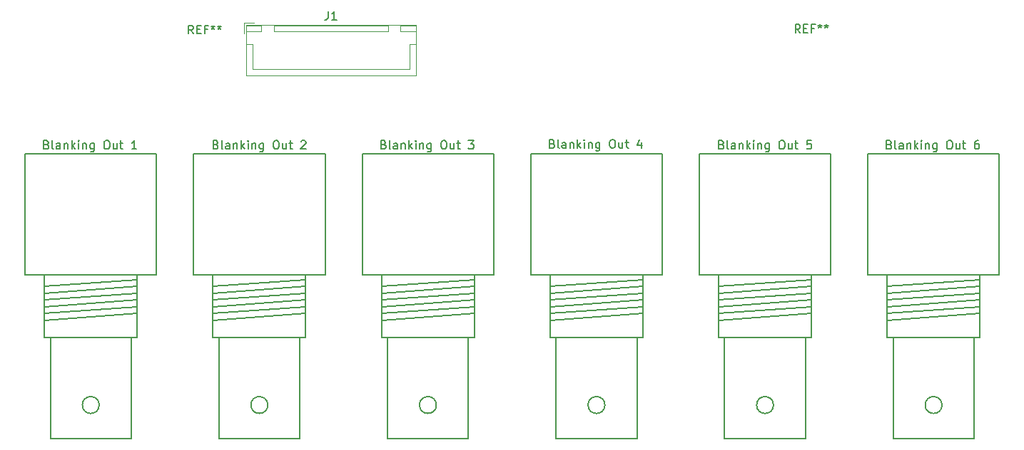
<source format=gbr>
%TF.GenerationSoftware,KiCad,Pcbnew,(6.0.4)*%
%TF.CreationDate,2023-12-08T17:35:57+01:00*%
%TF.ProjectId,BlankingRelay_Top1,426c616e-6b69-46e6-9752-656c61795f54,rev?*%
%TF.SameCoordinates,Original*%
%TF.FileFunction,Legend,Top*%
%TF.FilePolarity,Positive*%
%FSLAX46Y46*%
G04 Gerber Fmt 4.6, Leading zero omitted, Abs format (unit mm)*
G04 Created by KiCad (PCBNEW (6.0.4)) date 2023-12-08 17:35:57*
%MOMM*%
%LPD*%
G01*
G04 APERTURE LIST*
%ADD10C,0.150000*%
%ADD11C,0.120000*%
G04 APERTURE END LIST*
D10*
%TO.C,REF\u002A\u002A*%
X159166666Y-113452380D02*
X158833333Y-112976190D01*
X158595238Y-113452380D02*
X158595238Y-112452380D01*
X158976190Y-112452380D01*
X159071428Y-112500000D01*
X159119047Y-112547619D01*
X159166666Y-112642857D01*
X159166666Y-112785714D01*
X159119047Y-112880952D01*
X159071428Y-112928571D01*
X158976190Y-112976190D01*
X158595238Y-112976190D01*
X159595238Y-112928571D02*
X159928571Y-112928571D01*
X160071428Y-113452380D02*
X159595238Y-113452380D01*
X159595238Y-112452380D01*
X160071428Y-112452380D01*
X160833333Y-112928571D02*
X160500000Y-112928571D01*
X160500000Y-113452380D02*
X160500000Y-112452380D01*
X160976190Y-112452380D01*
X161500000Y-112452380D02*
X161500000Y-112690476D01*
X161261904Y-112595238D02*
X161500000Y-112690476D01*
X161738095Y-112595238D01*
X161357142Y-112880952D02*
X161500000Y-112690476D01*
X161642857Y-112880952D01*
X162261904Y-112452380D02*
X162261904Y-112690476D01*
X162023809Y-112595238D02*
X162261904Y-112690476D01*
X162500000Y-112595238D01*
X162119047Y-112880952D02*
X162261904Y-112690476D01*
X162404761Y-112880952D01*
X87166666Y-113552380D02*
X86833333Y-113076190D01*
X86595238Y-113552380D02*
X86595238Y-112552380D01*
X86976190Y-112552380D01*
X87071428Y-112600000D01*
X87119047Y-112647619D01*
X87166666Y-112742857D01*
X87166666Y-112885714D01*
X87119047Y-112980952D01*
X87071428Y-113028571D01*
X86976190Y-113076190D01*
X86595238Y-113076190D01*
X87595238Y-113028571D02*
X87928571Y-113028571D01*
X88071428Y-113552380D02*
X87595238Y-113552380D01*
X87595238Y-112552380D01*
X88071428Y-112552380D01*
X88833333Y-113028571D02*
X88500000Y-113028571D01*
X88500000Y-113552380D02*
X88500000Y-112552380D01*
X88976190Y-112552380D01*
X89500000Y-112552380D02*
X89500000Y-112790476D01*
X89261904Y-112695238D02*
X89500000Y-112790476D01*
X89738095Y-112695238D01*
X89357142Y-112980952D02*
X89500000Y-112790476D01*
X89642857Y-112980952D01*
X90261904Y-112552380D02*
X90261904Y-112790476D01*
X90023809Y-112695238D02*
X90261904Y-112790476D01*
X90500000Y-112695238D01*
X90119047Y-112980952D02*
X90261904Y-112790476D01*
X90404761Y-112980952D01*
%TO.C,J7*%
X169757142Y-126728571D02*
X169900000Y-126776190D01*
X169947619Y-126823809D01*
X169995238Y-126919047D01*
X169995238Y-127061904D01*
X169947619Y-127157142D01*
X169900000Y-127204761D01*
X169804761Y-127252380D01*
X169423809Y-127252380D01*
X169423809Y-126252380D01*
X169757142Y-126252380D01*
X169852380Y-126300000D01*
X169900000Y-126347619D01*
X169947619Y-126442857D01*
X169947619Y-126538095D01*
X169900000Y-126633333D01*
X169852380Y-126680952D01*
X169757142Y-126728571D01*
X169423809Y-126728571D01*
X170566666Y-127252380D02*
X170471428Y-127204761D01*
X170423809Y-127109523D01*
X170423809Y-126252380D01*
X171376190Y-127252380D02*
X171376190Y-126728571D01*
X171328571Y-126633333D01*
X171233333Y-126585714D01*
X171042857Y-126585714D01*
X170947619Y-126633333D01*
X171376190Y-127204761D02*
X171280952Y-127252380D01*
X171042857Y-127252380D01*
X170947619Y-127204761D01*
X170900000Y-127109523D01*
X170900000Y-127014285D01*
X170947619Y-126919047D01*
X171042857Y-126871428D01*
X171280952Y-126871428D01*
X171376190Y-126823809D01*
X171852380Y-126585714D02*
X171852380Y-127252380D01*
X171852380Y-126680952D02*
X171900000Y-126633333D01*
X171995238Y-126585714D01*
X172138095Y-126585714D01*
X172233333Y-126633333D01*
X172280952Y-126728571D01*
X172280952Y-127252380D01*
X172757142Y-127252380D02*
X172757142Y-126252380D01*
X172852380Y-126871428D02*
X173138095Y-127252380D01*
X173138095Y-126585714D02*
X172757142Y-126966666D01*
X173566666Y-127252380D02*
X173566666Y-126585714D01*
X173566666Y-126252380D02*
X173519047Y-126300000D01*
X173566666Y-126347619D01*
X173614285Y-126300000D01*
X173566666Y-126252380D01*
X173566666Y-126347619D01*
X174042857Y-126585714D02*
X174042857Y-127252380D01*
X174042857Y-126680952D02*
X174090476Y-126633333D01*
X174185714Y-126585714D01*
X174328571Y-126585714D01*
X174423809Y-126633333D01*
X174471428Y-126728571D01*
X174471428Y-127252380D01*
X175376190Y-126585714D02*
X175376190Y-127395238D01*
X175328571Y-127490476D01*
X175280952Y-127538095D01*
X175185714Y-127585714D01*
X175042857Y-127585714D01*
X174947619Y-127538095D01*
X175376190Y-127204761D02*
X175280952Y-127252380D01*
X175090476Y-127252380D01*
X174995238Y-127204761D01*
X174947619Y-127157142D01*
X174900000Y-127061904D01*
X174900000Y-126776190D01*
X174947619Y-126680952D01*
X174995238Y-126633333D01*
X175090476Y-126585714D01*
X175280952Y-126585714D01*
X175376190Y-126633333D01*
X176804761Y-126252380D02*
X176995238Y-126252380D01*
X177090476Y-126300000D01*
X177185714Y-126395238D01*
X177233333Y-126585714D01*
X177233333Y-126919047D01*
X177185714Y-127109523D01*
X177090476Y-127204761D01*
X176995238Y-127252380D01*
X176804761Y-127252380D01*
X176709523Y-127204761D01*
X176614285Y-127109523D01*
X176566666Y-126919047D01*
X176566666Y-126585714D01*
X176614285Y-126395238D01*
X176709523Y-126300000D01*
X176804761Y-126252380D01*
X178090476Y-126585714D02*
X178090476Y-127252380D01*
X177661904Y-126585714D02*
X177661904Y-127109523D01*
X177709523Y-127204761D01*
X177804761Y-127252380D01*
X177947619Y-127252380D01*
X178042857Y-127204761D01*
X178090476Y-127157142D01*
X178423809Y-126585714D02*
X178804761Y-126585714D01*
X178566666Y-126252380D02*
X178566666Y-127109523D01*
X178614285Y-127204761D01*
X178709523Y-127252380D01*
X178804761Y-127252380D01*
X180328571Y-126252380D02*
X180138095Y-126252380D01*
X180042857Y-126300000D01*
X179995238Y-126347619D01*
X179900000Y-126490476D01*
X179852380Y-126680952D01*
X179852380Y-127061904D01*
X179900000Y-127157142D01*
X179947619Y-127204761D01*
X180042857Y-127252380D01*
X180233333Y-127252380D01*
X180328571Y-127204761D01*
X180376190Y-127157142D01*
X180423809Y-127061904D01*
X180423809Y-126823809D01*
X180376190Y-126728571D01*
X180328571Y-126680952D01*
X180233333Y-126633333D01*
X180042857Y-126633333D01*
X179947619Y-126680952D01*
X179900000Y-126728571D01*
X179852380Y-126823809D01*
%TO.C,J6*%
X149857142Y-126728571D02*
X150000000Y-126776190D01*
X150047619Y-126823809D01*
X150095238Y-126919047D01*
X150095238Y-127061904D01*
X150047619Y-127157142D01*
X150000000Y-127204761D01*
X149904761Y-127252380D01*
X149523809Y-127252380D01*
X149523809Y-126252380D01*
X149857142Y-126252380D01*
X149952380Y-126300000D01*
X150000000Y-126347619D01*
X150047619Y-126442857D01*
X150047619Y-126538095D01*
X150000000Y-126633333D01*
X149952380Y-126680952D01*
X149857142Y-126728571D01*
X149523809Y-126728571D01*
X150666666Y-127252380D02*
X150571428Y-127204761D01*
X150523809Y-127109523D01*
X150523809Y-126252380D01*
X151476190Y-127252380D02*
X151476190Y-126728571D01*
X151428571Y-126633333D01*
X151333333Y-126585714D01*
X151142857Y-126585714D01*
X151047619Y-126633333D01*
X151476190Y-127204761D02*
X151380952Y-127252380D01*
X151142857Y-127252380D01*
X151047619Y-127204761D01*
X151000000Y-127109523D01*
X151000000Y-127014285D01*
X151047619Y-126919047D01*
X151142857Y-126871428D01*
X151380952Y-126871428D01*
X151476190Y-126823809D01*
X151952380Y-126585714D02*
X151952380Y-127252380D01*
X151952380Y-126680952D02*
X152000000Y-126633333D01*
X152095238Y-126585714D01*
X152238095Y-126585714D01*
X152333333Y-126633333D01*
X152380952Y-126728571D01*
X152380952Y-127252380D01*
X152857142Y-127252380D02*
X152857142Y-126252380D01*
X152952380Y-126871428D02*
X153238095Y-127252380D01*
X153238095Y-126585714D02*
X152857142Y-126966666D01*
X153666666Y-127252380D02*
X153666666Y-126585714D01*
X153666666Y-126252380D02*
X153619047Y-126300000D01*
X153666666Y-126347619D01*
X153714285Y-126300000D01*
X153666666Y-126252380D01*
X153666666Y-126347619D01*
X154142857Y-126585714D02*
X154142857Y-127252380D01*
X154142857Y-126680952D02*
X154190476Y-126633333D01*
X154285714Y-126585714D01*
X154428571Y-126585714D01*
X154523809Y-126633333D01*
X154571428Y-126728571D01*
X154571428Y-127252380D01*
X155476190Y-126585714D02*
X155476190Y-127395238D01*
X155428571Y-127490476D01*
X155380952Y-127538095D01*
X155285714Y-127585714D01*
X155142857Y-127585714D01*
X155047619Y-127538095D01*
X155476190Y-127204761D02*
X155380952Y-127252380D01*
X155190476Y-127252380D01*
X155095238Y-127204761D01*
X155047619Y-127157142D01*
X155000000Y-127061904D01*
X155000000Y-126776190D01*
X155047619Y-126680952D01*
X155095238Y-126633333D01*
X155190476Y-126585714D01*
X155380952Y-126585714D01*
X155476190Y-126633333D01*
X156904761Y-126252380D02*
X157095238Y-126252380D01*
X157190476Y-126300000D01*
X157285714Y-126395238D01*
X157333333Y-126585714D01*
X157333333Y-126919047D01*
X157285714Y-127109523D01*
X157190476Y-127204761D01*
X157095238Y-127252380D01*
X156904761Y-127252380D01*
X156809523Y-127204761D01*
X156714285Y-127109523D01*
X156666666Y-126919047D01*
X156666666Y-126585714D01*
X156714285Y-126395238D01*
X156809523Y-126300000D01*
X156904761Y-126252380D01*
X158190476Y-126585714D02*
X158190476Y-127252380D01*
X157761904Y-126585714D02*
X157761904Y-127109523D01*
X157809523Y-127204761D01*
X157904761Y-127252380D01*
X158047619Y-127252380D01*
X158142857Y-127204761D01*
X158190476Y-127157142D01*
X158523809Y-126585714D02*
X158904761Y-126585714D01*
X158666666Y-126252380D02*
X158666666Y-127109523D01*
X158714285Y-127204761D01*
X158809523Y-127252380D01*
X158904761Y-127252380D01*
X160476190Y-126252380D02*
X160000000Y-126252380D01*
X159952380Y-126728571D01*
X160000000Y-126680952D01*
X160095238Y-126633333D01*
X160333333Y-126633333D01*
X160428571Y-126680952D01*
X160476190Y-126728571D01*
X160523809Y-126823809D01*
X160523809Y-127061904D01*
X160476190Y-127157142D01*
X160428571Y-127204761D01*
X160333333Y-127252380D01*
X160095238Y-127252380D01*
X160000000Y-127204761D01*
X159952380Y-127157142D01*
%TO.C,J5*%
X129757142Y-126628571D02*
X129900000Y-126676190D01*
X129947619Y-126723809D01*
X129995238Y-126819047D01*
X129995238Y-126961904D01*
X129947619Y-127057142D01*
X129900000Y-127104761D01*
X129804761Y-127152380D01*
X129423809Y-127152380D01*
X129423809Y-126152380D01*
X129757142Y-126152380D01*
X129852380Y-126200000D01*
X129900000Y-126247619D01*
X129947619Y-126342857D01*
X129947619Y-126438095D01*
X129900000Y-126533333D01*
X129852380Y-126580952D01*
X129757142Y-126628571D01*
X129423809Y-126628571D01*
X130566666Y-127152380D02*
X130471428Y-127104761D01*
X130423809Y-127009523D01*
X130423809Y-126152380D01*
X131376190Y-127152380D02*
X131376190Y-126628571D01*
X131328571Y-126533333D01*
X131233333Y-126485714D01*
X131042857Y-126485714D01*
X130947619Y-126533333D01*
X131376190Y-127104761D02*
X131280952Y-127152380D01*
X131042857Y-127152380D01*
X130947619Y-127104761D01*
X130900000Y-127009523D01*
X130900000Y-126914285D01*
X130947619Y-126819047D01*
X131042857Y-126771428D01*
X131280952Y-126771428D01*
X131376190Y-126723809D01*
X131852380Y-126485714D02*
X131852380Y-127152380D01*
X131852380Y-126580952D02*
X131900000Y-126533333D01*
X131995238Y-126485714D01*
X132138095Y-126485714D01*
X132233333Y-126533333D01*
X132280952Y-126628571D01*
X132280952Y-127152380D01*
X132757142Y-127152380D02*
X132757142Y-126152380D01*
X132852380Y-126771428D02*
X133138095Y-127152380D01*
X133138095Y-126485714D02*
X132757142Y-126866666D01*
X133566666Y-127152380D02*
X133566666Y-126485714D01*
X133566666Y-126152380D02*
X133519047Y-126200000D01*
X133566666Y-126247619D01*
X133614285Y-126200000D01*
X133566666Y-126152380D01*
X133566666Y-126247619D01*
X134042857Y-126485714D02*
X134042857Y-127152380D01*
X134042857Y-126580952D02*
X134090476Y-126533333D01*
X134185714Y-126485714D01*
X134328571Y-126485714D01*
X134423809Y-126533333D01*
X134471428Y-126628571D01*
X134471428Y-127152380D01*
X135376190Y-126485714D02*
X135376190Y-127295238D01*
X135328571Y-127390476D01*
X135280952Y-127438095D01*
X135185714Y-127485714D01*
X135042857Y-127485714D01*
X134947619Y-127438095D01*
X135376190Y-127104761D02*
X135280952Y-127152380D01*
X135090476Y-127152380D01*
X134995238Y-127104761D01*
X134947619Y-127057142D01*
X134900000Y-126961904D01*
X134900000Y-126676190D01*
X134947619Y-126580952D01*
X134995238Y-126533333D01*
X135090476Y-126485714D01*
X135280952Y-126485714D01*
X135376190Y-126533333D01*
X136804761Y-126152380D02*
X136995238Y-126152380D01*
X137090476Y-126200000D01*
X137185714Y-126295238D01*
X137233333Y-126485714D01*
X137233333Y-126819047D01*
X137185714Y-127009523D01*
X137090476Y-127104761D01*
X136995238Y-127152380D01*
X136804761Y-127152380D01*
X136709523Y-127104761D01*
X136614285Y-127009523D01*
X136566666Y-126819047D01*
X136566666Y-126485714D01*
X136614285Y-126295238D01*
X136709523Y-126200000D01*
X136804761Y-126152380D01*
X138090476Y-126485714D02*
X138090476Y-127152380D01*
X137661904Y-126485714D02*
X137661904Y-127009523D01*
X137709523Y-127104761D01*
X137804761Y-127152380D01*
X137947619Y-127152380D01*
X138042857Y-127104761D01*
X138090476Y-127057142D01*
X138423809Y-126485714D02*
X138804761Y-126485714D01*
X138566666Y-126152380D02*
X138566666Y-127009523D01*
X138614285Y-127104761D01*
X138709523Y-127152380D01*
X138804761Y-127152380D01*
X140328571Y-126485714D02*
X140328571Y-127152380D01*
X140090476Y-126104761D02*
X139852380Y-126819047D01*
X140471428Y-126819047D01*
%TO.C,J4*%
X109757142Y-126728571D02*
X109900000Y-126776190D01*
X109947619Y-126823809D01*
X109995238Y-126919047D01*
X109995238Y-127061904D01*
X109947619Y-127157142D01*
X109900000Y-127204761D01*
X109804761Y-127252380D01*
X109423809Y-127252380D01*
X109423809Y-126252380D01*
X109757142Y-126252380D01*
X109852380Y-126300000D01*
X109900000Y-126347619D01*
X109947619Y-126442857D01*
X109947619Y-126538095D01*
X109900000Y-126633333D01*
X109852380Y-126680952D01*
X109757142Y-126728571D01*
X109423809Y-126728571D01*
X110566666Y-127252380D02*
X110471428Y-127204761D01*
X110423809Y-127109523D01*
X110423809Y-126252380D01*
X111376190Y-127252380D02*
X111376190Y-126728571D01*
X111328571Y-126633333D01*
X111233333Y-126585714D01*
X111042857Y-126585714D01*
X110947619Y-126633333D01*
X111376190Y-127204761D02*
X111280952Y-127252380D01*
X111042857Y-127252380D01*
X110947619Y-127204761D01*
X110900000Y-127109523D01*
X110900000Y-127014285D01*
X110947619Y-126919047D01*
X111042857Y-126871428D01*
X111280952Y-126871428D01*
X111376190Y-126823809D01*
X111852380Y-126585714D02*
X111852380Y-127252380D01*
X111852380Y-126680952D02*
X111900000Y-126633333D01*
X111995238Y-126585714D01*
X112138095Y-126585714D01*
X112233333Y-126633333D01*
X112280952Y-126728571D01*
X112280952Y-127252380D01*
X112757142Y-127252380D02*
X112757142Y-126252380D01*
X112852380Y-126871428D02*
X113138095Y-127252380D01*
X113138095Y-126585714D02*
X112757142Y-126966666D01*
X113566666Y-127252380D02*
X113566666Y-126585714D01*
X113566666Y-126252380D02*
X113519047Y-126300000D01*
X113566666Y-126347619D01*
X113614285Y-126300000D01*
X113566666Y-126252380D01*
X113566666Y-126347619D01*
X114042857Y-126585714D02*
X114042857Y-127252380D01*
X114042857Y-126680952D02*
X114090476Y-126633333D01*
X114185714Y-126585714D01*
X114328571Y-126585714D01*
X114423809Y-126633333D01*
X114471428Y-126728571D01*
X114471428Y-127252380D01*
X115376190Y-126585714D02*
X115376190Y-127395238D01*
X115328571Y-127490476D01*
X115280952Y-127538095D01*
X115185714Y-127585714D01*
X115042857Y-127585714D01*
X114947619Y-127538095D01*
X115376190Y-127204761D02*
X115280952Y-127252380D01*
X115090476Y-127252380D01*
X114995238Y-127204761D01*
X114947619Y-127157142D01*
X114900000Y-127061904D01*
X114900000Y-126776190D01*
X114947619Y-126680952D01*
X114995238Y-126633333D01*
X115090476Y-126585714D01*
X115280952Y-126585714D01*
X115376190Y-126633333D01*
X116804761Y-126252380D02*
X116995238Y-126252380D01*
X117090476Y-126300000D01*
X117185714Y-126395238D01*
X117233333Y-126585714D01*
X117233333Y-126919047D01*
X117185714Y-127109523D01*
X117090476Y-127204761D01*
X116995238Y-127252380D01*
X116804761Y-127252380D01*
X116709523Y-127204761D01*
X116614285Y-127109523D01*
X116566666Y-126919047D01*
X116566666Y-126585714D01*
X116614285Y-126395238D01*
X116709523Y-126300000D01*
X116804761Y-126252380D01*
X118090476Y-126585714D02*
X118090476Y-127252380D01*
X117661904Y-126585714D02*
X117661904Y-127109523D01*
X117709523Y-127204761D01*
X117804761Y-127252380D01*
X117947619Y-127252380D01*
X118042857Y-127204761D01*
X118090476Y-127157142D01*
X118423809Y-126585714D02*
X118804761Y-126585714D01*
X118566666Y-126252380D02*
X118566666Y-127109523D01*
X118614285Y-127204761D01*
X118709523Y-127252380D01*
X118804761Y-127252380D01*
X119804761Y-126252380D02*
X120423809Y-126252380D01*
X120090476Y-126633333D01*
X120233333Y-126633333D01*
X120328571Y-126680952D01*
X120376190Y-126728571D01*
X120423809Y-126823809D01*
X120423809Y-127061904D01*
X120376190Y-127157142D01*
X120328571Y-127204761D01*
X120233333Y-127252380D01*
X119947619Y-127252380D01*
X119852380Y-127204761D01*
X119804761Y-127157142D01*
%TO.C,J3*%
X89857142Y-126728571D02*
X90000000Y-126776190D01*
X90047619Y-126823809D01*
X90095238Y-126919047D01*
X90095238Y-127061904D01*
X90047619Y-127157142D01*
X90000000Y-127204761D01*
X89904761Y-127252380D01*
X89523809Y-127252380D01*
X89523809Y-126252380D01*
X89857142Y-126252380D01*
X89952380Y-126300000D01*
X90000000Y-126347619D01*
X90047619Y-126442857D01*
X90047619Y-126538095D01*
X90000000Y-126633333D01*
X89952380Y-126680952D01*
X89857142Y-126728571D01*
X89523809Y-126728571D01*
X90666666Y-127252380D02*
X90571428Y-127204761D01*
X90523809Y-127109523D01*
X90523809Y-126252380D01*
X91476190Y-127252380D02*
X91476190Y-126728571D01*
X91428571Y-126633333D01*
X91333333Y-126585714D01*
X91142857Y-126585714D01*
X91047619Y-126633333D01*
X91476190Y-127204761D02*
X91380952Y-127252380D01*
X91142857Y-127252380D01*
X91047619Y-127204761D01*
X91000000Y-127109523D01*
X91000000Y-127014285D01*
X91047619Y-126919047D01*
X91142857Y-126871428D01*
X91380952Y-126871428D01*
X91476190Y-126823809D01*
X91952380Y-126585714D02*
X91952380Y-127252380D01*
X91952380Y-126680952D02*
X92000000Y-126633333D01*
X92095238Y-126585714D01*
X92238095Y-126585714D01*
X92333333Y-126633333D01*
X92380952Y-126728571D01*
X92380952Y-127252380D01*
X92857142Y-127252380D02*
X92857142Y-126252380D01*
X92952380Y-126871428D02*
X93238095Y-127252380D01*
X93238095Y-126585714D02*
X92857142Y-126966666D01*
X93666666Y-127252380D02*
X93666666Y-126585714D01*
X93666666Y-126252380D02*
X93619047Y-126300000D01*
X93666666Y-126347619D01*
X93714285Y-126300000D01*
X93666666Y-126252380D01*
X93666666Y-126347619D01*
X94142857Y-126585714D02*
X94142857Y-127252380D01*
X94142857Y-126680952D02*
X94190476Y-126633333D01*
X94285714Y-126585714D01*
X94428571Y-126585714D01*
X94523809Y-126633333D01*
X94571428Y-126728571D01*
X94571428Y-127252380D01*
X95476190Y-126585714D02*
X95476190Y-127395238D01*
X95428571Y-127490476D01*
X95380952Y-127538095D01*
X95285714Y-127585714D01*
X95142857Y-127585714D01*
X95047619Y-127538095D01*
X95476190Y-127204761D02*
X95380952Y-127252380D01*
X95190476Y-127252380D01*
X95095238Y-127204761D01*
X95047619Y-127157142D01*
X95000000Y-127061904D01*
X95000000Y-126776190D01*
X95047619Y-126680952D01*
X95095238Y-126633333D01*
X95190476Y-126585714D01*
X95380952Y-126585714D01*
X95476190Y-126633333D01*
X96904761Y-126252380D02*
X97095238Y-126252380D01*
X97190476Y-126300000D01*
X97285714Y-126395238D01*
X97333333Y-126585714D01*
X97333333Y-126919047D01*
X97285714Y-127109523D01*
X97190476Y-127204761D01*
X97095238Y-127252380D01*
X96904761Y-127252380D01*
X96809523Y-127204761D01*
X96714285Y-127109523D01*
X96666666Y-126919047D01*
X96666666Y-126585714D01*
X96714285Y-126395238D01*
X96809523Y-126300000D01*
X96904761Y-126252380D01*
X98190476Y-126585714D02*
X98190476Y-127252380D01*
X97761904Y-126585714D02*
X97761904Y-127109523D01*
X97809523Y-127204761D01*
X97904761Y-127252380D01*
X98047619Y-127252380D01*
X98142857Y-127204761D01*
X98190476Y-127157142D01*
X98523809Y-126585714D02*
X98904761Y-126585714D01*
X98666666Y-126252380D02*
X98666666Y-127109523D01*
X98714285Y-127204761D01*
X98809523Y-127252380D01*
X98904761Y-127252380D01*
X99952380Y-126347619D02*
X100000000Y-126300000D01*
X100095238Y-126252380D01*
X100333333Y-126252380D01*
X100428571Y-126300000D01*
X100476190Y-126347619D01*
X100523809Y-126442857D01*
X100523809Y-126538095D01*
X100476190Y-126680952D01*
X99904761Y-127252380D01*
X100523809Y-127252380D01*
%TO.C,J2*%
X69757142Y-126728571D02*
X69900000Y-126776190D01*
X69947619Y-126823809D01*
X69995238Y-126919047D01*
X69995238Y-127061904D01*
X69947619Y-127157142D01*
X69900000Y-127204761D01*
X69804761Y-127252380D01*
X69423809Y-127252380D01*
X69423809Y-126252380D01*
X69757142Y-126252380D01*
X69852380Y-126300000D01*
X69900000Y-126347619D01*
X69947619Y-126442857D01*
X69947619Y-126538095D01*
X69900000Y-126633333D01*
X69852380Y-126680952D01*
X69757142Y-126728571D01*
X69423809Y-126728571D01*
X70566666Y-127252380D02*
X70471428Y-127204761D01*
X70423809Y-127109523D01*
X70423809Y-126252380D01*
X71376190Y-127252380D02*
X71376190Y-126728571D01*
X71328571Y-126633333D01*
X71233333Y-126585714D01*
X71042857Y-126585714D01*
X70947619Y-126633333D01*
X71376190Y-127204761D02*
X71280952Y-127252380D01*
X71042857Y-127252380D01*
X70947619Y-127204761D01*
X70900000Y-127109523D01*
X70900000Y-127014285D01*
X70947619Y-126919047D01*
X71042857Y-126871428D01*
X71280952Y-126871428D01*
X71376190Y-126823809D01*
X71852380Y-126585714D02*
X71852380Y-127252380D01*
X71852380Y-126680952D02*
X71900000Y-126633333D01*
X71995238Y-126585714D01*
X72138095Y-126585714D01*
X72233333Y-126633333D01*
X72280952Y-126728571D01*
X72280952Y-127252380D01*
X72757142Y-127252380D02*
X72757142Y-126252380D01*
X72852380Y-126871428D02*
X73138095Y-127252380D01*
X73138095Y-126585714D02*
X72757142Y-126966666D01*
X73566666Y-127252380D02*
X73566666Y-126585714D01*
X73566666Y-126252380D02*
X73519047Y-126300000D01*
X73566666Y-126347619D01*
X73614285Y-126300000D01*
X73566666Y-126252380D01*
X73566666Y-126347619D01*
X74042857Y-126585714D02*
X74042857Y-127252380D01*
X74042857Y-126680952D02*
X74090476Y-126633333D01*
X74185714Y-126585714D01*
X74328571Y-126585714D01*
X74423809Y-126633333D01*
X74471428Y-126728571D01*
X74471428Y-127252380D01*
X75376190Y-126585714D02*
X75376190Y-127395238D01*
X75328571Y-127490476D01*
X75280952Y-127538095D01*
X75185714Y-127585714D01*
X75042857Y-127585714D01*
X74947619Y-127538095D01*
X75376190Y-127204761D02*
X75280952Y-127252380D01*
X75090476Y-127252380D01*
X74995238Y-127204761D01*
X74947619Y-127157142D01*
X74900000Y-127061904D01*
X74900000Y-126776190D01*
X74947619Y-126680952D01*
X74995238Y-126633333D01*
X75090476Y-126585714D01*
X75280952Y-126585714D01*
X75376190Y-126633333D01*
X76804761Y-126252380D02*
X76995238Y-126252380D01*
X77090476Y-126300000D01*
X77185714Y-126395238D01*
X77233333Y-126585714D01*
X77233333Y-126919047D01*
X77185714Y-127109523D01*
X77090476Y-127204761D01*
X76995238Y-127252380D01*
X76804761Y-127252380D01*
X76709523Y-127204761D01*
X76614285Y-127109523D01*
X76566666Y-126919047D01*
X76566666Y-126585714D01*
X76614285Y-126395238D01*
X76709523Y-126300000D01*
X76804761Y-126252380D01*
X78090476Y-126585714D02*
X78090476Y-127252380D01*
X77661904Y-126585714D02*
X77661904Y-127109523D01*
X77709523Y-127204761D01*
X77804761Y-127252380D01*
X77947619Y-127252380D01*
X78042857Y-127204761D01*
X78090476Y-127157142D01*
X78423809Y-126585714D02*
X78804761Y-126585714D01*
X78566666Y-126252380D02*
X78566666Y-127109523D01*
X78614285Y-127204761D01*
X78709523Y-127252380D01*
X78804761Y-127252380D01*
X80423809Y-127252380D02*
X79852380Y-127252380D01*
X80138095Y-127252380D02*
X80138095Y-126252380D01*
X80042857Y-126395238D01*
X79947619Y-126490476D01*
X79852380Y-126538095D01*
%TO.C,J1*%
X103166666Y-110902380D02*
X103166666Y-111616666D01*
X103119047Y-111759523D01*
X103023809Y-111854761D01*
X102880952Y-111902380D01*
X102785714Y-111902380D01*
X104166666Y-111902380D02*
X103595238Y-111902380D01*
X103880952Y-111902380D02*
X103880952Y-110902380D01*
X103785714Y-111045238D01*
X103690476Y-111140476D01*
X103595238Y-111188095D01*
%TO.C,J7*%
X182800340Y-142200900D02*
X182800340Y-127799100D01*
X167199660Y-142200900D02*
X182800340Y-142200900D01*
X167199660Y-127799100D02*
X167199660Y-142200900D01*
X182800340Y-127799100D02*
X167199660Y-127799100D01*
X180499100Y-149698980D02*
X180499100Y-142200900D01*
X169500900Y-149698980D02*
X180499100Y-149698980D01*
X169500900Y-142200900D02*
X169500900Y-149698980D01*
X179800600Y-161700480D02*
X179800600Y-149698980D01*
X170199400Y-161700480D02*
X179800600Y-161700480D01*
X170199400Y-149698980D02*
X170199400Y-161700480D01*
X176000760Y-157699980D02*
G75*
G03*
X176000760Y-157699980I-1000760J0D01*
G01*
X180499100Y-142800340D02*
X169500900Y-143600440D01*
X180499100Y-143600440D02*
X169500900Y-144400540D01*
X180499100Y-144400540D02*
X169500900Y-145200640D01*
X180499100Y-145200640D02*
X169500900Y-146000740D01*
X180499100Y-146000740D02*
X169500900Y-146800840D01*
X180499100Y-146800840D02*
X169500900Y-147600940D01*
%TO.C,J6*%
X162800340Y-142200900D02*
X162800340Y-127799100D01*
X147199660Y-142200900D02*
X162800340Y-142200900D01*
X147199660Y-127799100D02*
X147199660Y-142200900D01*
X162800340Y-127799100D02*
X147199660Y-127799100D01*
X160499100Y-149698980D02*
X160499100Y-142200900D01*
X149500900Y-149698980D02*
X160499100Y-149698980D01*
X149500900Y-142200900D02*
X149500900Y-149698980D01*
X159800600Y-161700480D02*
X159800600Y-149698980D01*
X150199400Y-161700480D02*
X159800600Y-161700480D01*
X150199400Y-149698980D02*
X150199400Y-161700480D01*
X156000760Y-157699980D02*
G75*
G03*
X156000760Y-157699980I-1000760J0D01*
G01*
X160499100Y-142800340D02*
X149500900Y-143600440D01*
X160499100Y-143600440D02*
X149500900Y-144400540D01*
X160499100Y-144400540D02*
X149500900Y-145200640D01*
X160499100Y-145200640D02*
X149500900Y-146000740D01*
X160499100Y-146000740D02*
X149500900Y-146800840D01*
X160499100Y-146800840D02*
X149500900Y-147600940D01*
%TO.C,J5*%
X142800340Y-142200900D02*
X142800340Y-127799100D01*
X127199660Y-142200900D02*
X142800340Y-142200900D01*
X127199660Y-127799100D02*
X127199660Y-142200900D01*
X142800340Y-127799100D02*
X127199660Y-127799100D01*
X140499100Y-149698980D02*
X140499100Y-142200900D01*
X129500900Y-149698980D02*
X140499100Y-149698980D01*
X129500900Y-142200900D02*
X129500900Y-149698980D01*
X139800600Y-161700480D02*
X139800600Y-149698980D01*
X130199400Y-161700480D02*
X139800600Y-161700480D01*
X130199400Y-149698980D02*
X130199400Y-161700480D01*
X136000760Y-157699980D02*
G75*
G03*
X136000760Y-157699980I-1000760J0D01*
G01*
X140499100Y-142800340D02*
X129500900Y-143600440D01*
X140499100Y-143600440D02*
X129500900Y-144400540D01*
X140499100Y-144400540D02*
X129500900Y-145200640D01*
X140499100Y-145200640D02*
X129500900Y-146000740D01*
X140499100Y-146000740D02*
X129500900Y-146800840D01*
X140499100Y-146800840D02*
X129500900Y-147600940D01*
%TO.C,J4*%
X122800340Y-142200900D02*
X122800340Y-127799100D01*
X107199660Y-142200900D02*
X122800340Y-142200900D01*
X107199660Y-127799100D02*
X107199660Y-142200900D01*
X122800340Y-127799100D02*
X107199660Y-127799100D01*
X120499100Y-149698980D02*
X120499100Y-142200900D01*
X109500900Y-149698980D02*
X120499100Y-149698980D01*
X109500900Y-142200900D02*
X109500900Y-149698980D01*
X119800600Y-161700480D02*
X119800600Y-149698980D01*
X110199400Y-161700480D02*
X119800600Y-161700480D01*
X110199400Y-149698980D02*
X110199400Y-161700480D01*
X116000760Y-157699980D02*
G75*
G03*
X116000760Y-157699980I-1000760J0D01*
G01*
X120499100Y-142800340D02*
X109500900Y-143600440D01*
X120499100Y-143600440D02*
X109500900Y-144400540D01*
X120499100Y-144400540D02*
X109500900Y-145200640D01*
X120499100Y-145200640D02*
X109500900Y-146000740D01*
X120499100Y-146000740D02*
X109500900Y-146800840D01*
X120499100Y-146800840D02*
X109500900Y-147600940D01*
%TO.C,J3*%
X102800340Y-142200900D02*
X102800340Y-127799100D01*
X87199660Y-142200900D02*
X102800340Y-142200900D01*
X87199660Y-127799100D02*
X87199660Y-142200900D01*
X102800340Y-127799100D02*
X87199660Y-127799100D01*
X100499100Y-149698980D02*
X100499100Y-142200900D01*
X89500900Y-149698980D02*
X100499100Y-149698980D01*
X89500900Y-142200900D02*
X89500900Y-149698980D01*
X99800600Y-161700480D02*
X99800600Y-149698980D01*
X90199400Y-161700480D02*
X99800600Y-161700480D01*
X90199400Y-149698980D02*
X90199400Y-161700480D01*
X96000760Y-157699980D02*
G75*
G03*
X96000760Y-157699980I-1000760J0D01*
G01*
X100499100Y-142800340D02*
X89500900Y-143600440D01*
X100499100Y-143600440D02*
X89500900Y-144400540D01*
X100499100Y-144400540D02*
X89500900Y-145200640D01*
X100499100Y-145200640D02*
X89500900Y-146000740D01*
X100499100Y-146000740D02*
X89500900Y-146800840D01*
X100499100Y-146800840D02*
X89500900Y-147600940D01*
%TO.C,J2*%
X82800340Y-142200900D02*
X82800340Y-127799100D01*
X67199660Y-142200900D02*
X82800340Y-142200900D01*
X67199660Y-127799100D02*
X67199660Y-142200900D01*
X82800340Y-127799100D02*
X67199660Y-127799100D01*
X80499100Y-149698980D02*
X80499100Y-142200900D01*
X69500900Y-149698980D02*
X80499100Y-149698980D01*
X69500900Y-142200900D02*
X69500900Y-149698980D01*
X79800600Y-161700480D02*
X79800600Y-149698980D01*
X70199400Y-161700480D02*
X79800600Y-161700480D01*
X70199400Y-149698980D02*
X70199400Y-161700480D01*
X76000760Y-157699980D02*
G75*
G03*
X76000760Y-157699980I-1000760J0D01*
G01*
X80499100Y-142800340D02*
X69500900Y-143600440D01*
X80499100Y-143600440D02*
X69500900Y-144400540D01*
X80499100Y-144400540D02*
X69500900Y-145200640D01*
X80499100Y-145200640D02*
X69500900Y-146000740D01*
X80499100Y-146000740D02*
X69500900Y-146800840D01*
X80499100Y-146800840D02*
X69500900Y-147600940D01*
D11*
%TO.C,J1*%
X94200000Y-114800000D02*
X94200000Y-117750000D01*
X93150000Y-112250000D02*
X93150000Y-113500000D01*
X113550000Y-113300000D02*
X113550000Y-112550000D01*
X113550000Y-114800000D02*
X112800000Y-114800000D01*
X94400000Y-112250000D02*
X93150000Y-112250000D01*
X93450000Y-112550000D02*
X93450000Y-113300000D01*
X113550000Y-112550000D02*
X111750000Y-112550000D01*
X95250000Y-113300000D02*
X95250000Y-112550000D01*
X111750000Y-112550000D02*
X111750000Y-113300000D01*
X95250000Y-112550000D02*
X93450000Y-112550000D01*
X93440000Y-112540000D02*
X93440000Y-118510000D01*
X112800000Y-114800000D02*
X112800000Y-117750000D01*
X113560000Y-112540000D02*
X93440000Y-112540000D01*
X96750000Y-113300000D02*
X110250000Y-113300000D01*
X112800000Y-117750000D02*
X103500000Y-117750000D01*
X111750000Y-113300000D02*
X113550000Y-113300000D01*
X93440000Y-118510000D02*
X113560000Y-118510000D01*
X113560000Y-118510000D02*
X113560000Y-112540000D01*
X96750000Y-112550000D02*
X96750000Y-113300000D01*
X110250000Y-112550000D02*
X96750000Y-112550000D01*
X93450000Y-113300000D02*
X95250000Y-113300000D01*
X94200000Y-117750000D02*
X103500000Y-117750000D01*
X110250000Y-113300000D02*
X110250000Y-112550000D01*
X93450000Y-114800000D02*
X94200000Y-114800000D01*
%TD*%
M02*

</source>
